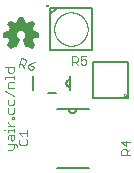
<source format=gto>
G75*
%MOIN*%
%OFA0B0*%
%FSLAX25Y25*%
%IPPOS*%
%LPD*%
%AMOC8*
5,1,8,0,0,1.08239X$1,22.5*
%
%ADD10C,0.00300*%
%ADD11C,0.00600*%
%ADD12C,0.00394*%
%ADD13C,0.00500*%
D10*
X0006215Y0007952D02*
X0007666Y0007952D01*
X0008150Y0008436D01*
X0008150Y0009887D01*
X0008634Y0009887D02*
X0009117Y0009403D01*
X0009117Y0008919D01*
X0008634Y0009887D02*
X0006215Y0009887D01*
X0006215Y0011382D02*
X0006215Y0012350D01*
X0006699Y0012833D01*
X0008150Y0012833D01*
X0008150Y0011382D01*
X0007666Y0010898D01*
X0007183Y0011382D01*
X0007183Y0012833D01*
X0008150Y0013845D02*
X0008150Y0014812D01*
X0008150Y0014329D02*
X0006215Y0014329D01*
X0006215Y0013845D01*
X0005248Y0014329D02*
X0004764Y0014329D01*
X0006215Y0015809D02*
X0008150Y0015809D01*
X0007183Y0015809D02*
X0006215Y0016777D01*
X0006215Y0017261D01*
X0007666Y0018265D02*
X0007666Y0018749D01*
X0008150Y0018749D01*
X0008150Y0018265D01*
X0007666Y0018265D01*
X0007666Y0019738D02*
X0006699Y0019738D01*
X0006215Y0020222D01*
X0006215Y0021673D01*
X0006699Y0022685D02*
X0007666Y0022685D01*
X0008150Y0023168D01*
X0008150Y0024620D01*
X0008150Y0025631D02*
X0005248Y0027566D01*
X0006215Y0028578D02*
X0006215Y0030029D01*
X0006699Y0030513D01*
X0008150Y0030513D01*
X0008150Y0031524D02*
X0008150Y0032492D01*
X0008150Y0032008D02*
X0005248Y0032008D01*
X0005248Y0031524D01*
X0006699Y0033488D02*
X0006215Y0033972D01*
X0006215Y0035423D01*
X0005248Y0035423D02*
X0008150Y0035423D01*
X0008150Y0033972D01*
X0007666Y0033488D01*
X0006699Y0033488D01*
X0009796Y0035617D02*
X0010547Y0038421D01*
X0011949Y0038045D01*
X0012291Y0037453D01*
X0012041Y0036518D01*
X0011448Y0036176D01*
X0010046Y0036552D01*
X0010981Y0036301D02*
X0011665Y0035116D01*
X0012767Y0035322D02*
X0013109Y0034729D01*
X0014044Y0034479D01*
X0014636Y0034821D01*
X0014762Y0035288D01*
X0014420Y0035881D01*
X0013018Y0036256D01*
X0012767Y0035322D01*
X0013018Y0036256D02*
X0014203Y0036940D01*
X0015262Y0037157D01*
X0008150Y0028578D02*
X0006215Y0028578D01*
X0006215Y0024620D02*
X0006215Y0023168D01*
X0006699Y0022685D01*
X0008150Y0021673D02*
X0008150Y0020222D01*
X0007666Y0019738D01*
X0012700Y0014433D02*
X0012700Y0012498D01*
X0012700Y0013466D02*
X0009798Y0013466D01*
X0010765Y0012498D01*
X0010281Y0011487D02*
X0009798Y0011003D01*
X0009798Y0010036D01*
X0010281Y0009552D01*
X0012216Y0009552D01*
X0012700Y0010036D01*
X0012700Y0011003D01*
X0012216Y0011487D01*
X0027450Y0036152D02*
X0027450Y0039054D01*
X0028901Y0039054D01*
X0029385Y0038571D01*
X0029385Y0037603D01*
X0028901Y0037119D01*
X0027450Y0037119D01*
X0028417Y0037119D02*
X0029385Y0036152D01*
X0030397Y0036636D02*
X0030880Y0036152D01*
X0031848Y0036152D01*
X0032331Y0036636D01*
X0032331Y0037603D01*
X0031848Y0038087D01*
X0031364Y0038087D01*
X0030397Y0037603D01*
X0030397Y0039054D01*
X0032331Y0039054D01*
X0045499Y0010933D02*
X0045499Y0008998D01*
X0044048Y0010450D01*
X0046950Y0010450D01*
X0046950Y0007987D02*
X0045983Y0007019D01*
X0045983Y0007503D02*
X0045499Y0007987D01*
X0044531Y0007987D01*
X0044048Y0007503D01*
X0044048Y0006052D01*
X0046950Y0006052D01*
X0045983Y0006052D02*
X0045983Y0007503D01*
D11*
X0033100Y0001802D02*
X0022500Y0001802D01*
X0022500Y0021402D02*
X0026600Y0021402D01*
X0029000Y0021402D01*
X0033100Y0021402D01*
X0029000Y0021402D02*
X0028998Y0021333D01*
X0028992Y0021265D01*
X0028982Y0021197D01*
X0028969Y0021130D01*
X0028951Y0021064D01*
X0028930Y0020999D01*
X0028905Y0020935D01*
X0028877Y0020873D01*
X0028845Y0020812D01*
X0028810Y0020753D01*
X0028771Y0020697D01*
X0028729Y0020642D01*
X0028684Y0020591D01*
X0028636Y0020541D01*
X0028586Y0020495D01*
X0028533Y0020452D01*
X0028477Y0020411D01*
X0028420Y0020374D01*
X0028360Y0020341D01*
X0028298Y0020310D01*
X0028235Y0020284D01*
X0028171Y0020261D01*
X0028105Y0020241D01*
X0028038Y0020226D01*
X0027971Y0020214D01*
X0027903Y0020206D01*
X0027834Y0020202D01*
X0027766Y0020202D01*
X0027697Y0020206D01*
X0027629Y0020214D01*
X0027562Y0020226D01*
X0027495Y0020241D01*
X0027429Y0020261D01*
X0027365Y0020284D01*
X0027302Y0020310D01*
X0027240Y0020341D01*
X0027180Y0020374D01*
X0027123Y0020411D01*
X0027067Y0020452D01*
X0027014Y0020495D01*
X0026964Y0020541D01*
X0026916Y0020591D01*
X0026871Y0020642D01*
X0026829Y0020697D01*
X0026790Y0020753D01*
X0026755Y0020812D01*
X0026723Y0020873D01*
X0026695Y0020935D01*
X0026670Y0020999D01*
X0026649Y0021064D01*
X0026631Y0021130D01*
X0026618Y0021197D01*
X0026608Y0021265D01*
X0026602Y0021333D01*
X0026600Y0021402D01*
X0022100Y0026702D02*
X0019500Y0026702D01*
X0014700Y0027702D02*
X0014700Y0032502D01*
X0014100Y0041802D02*
X0012900Y0042602D01*
X0012300Y0042302D01*
X0011400Y0044602D01*
X0012000Y0044302D02*
X0013000Y0046302D01*
X0012000Y0047802D01*
X0010500Y0048302D01*
X0009000Y0047802D01*
X0008500Y0046302D01*
X0009000Y0044802D01*
X0009500Y0044302D01*
X0008500Y0042802D01*
X0007000Y0042302D01*
X0006500Y0042802D01*
X0007500Y0044302D01*
X0006500Y0045802D01*
X0005500Y0045802D01*
X0005500Y0046802D01*
X0007000Y0046802D01*
X0007500Y0048302D01*
X0006500Y0049802D01*
X0007000Y0050302D01*
X0008500Y0049302D01*
X0010000Y0050302D01*
X0010000Y0051302D01*
X0011000Y0051302D01*
X0011500Y0049802D01*
X0013000Y0049302D01*
X0014000Y0050302D01*
X0014500Y0049802D01*
X0014000Y0048302D01*
X0014500Y0046802D01*
X0016000Y0046802D01*
X0015500Y0045802D01*
X0014000Y0045302D01*
X0014000Y0043802D01*
X0014500Y0042802D01*
X0014000Y0042302D01*
X0013000Y0042802D01*
X0012500Y0042802D01*
X0012000Y0044302D01*
X0012069Y0044095D02*
X0014000Y0044095D01*
X0014100Y0044002D02*
X0015000Y0042702D01*
X0014100Y0041802D01*
X0014452Y0042898D02*
X0012468Y0042898D01*
X0012269Y0043496D02*
X0014153Y0043496D01*
X0014100Y0044002D02*
X0014700Y0045302D01*
X0016100Y0045602D01*
X0016100Y0046902D01*
X0014600Y0047202D01*
X0014100Y0048402D01*
X0015000Y0049702D01*
X0014100Y0050602D01*
X0012700Y0049702D01*
X0011500Y0050202D01*
X0011200Y0051802D01*
X0009900Y0051802D01*
X0009600Y0050202D01*
X0008400Y0049702D01*
X0007100Y0050602D01*
X0006200Y0049702D01*
X0007100Y0048402D01*
X0006500Y0047102D01*
X0005000Y0046902D01*
X0005000Y0045602D01*
X0006500Y0045302D01*
X0007000Y0044002D01*
X0006200Y0042702D01*
X0007100Y0041802D01*
X0008300Y0042602D01*
X0008800Y0042302D01*
X0009800Y0044602D01*
X0009362Y0044095D02*
X0007362Y0044095D01*
X0007239Y0044693D02*
X0009109Y0044693D01*
X0008837Y0045292D02*
X0006840Y0045292D01*
X0005500Y0045890D02*
X0008637Y0045890D01*
X0008562Y0046489D02*
X0005500Y0046489D01*
X0007095Y0047087D02*
X0008762Y0047087D01*
X0008961Y0047686D02*
X0007295Y0047686D01*
X0007494Y0048284D02*
X0010447Y0048284D01*
X0010553Y0048284D02*
X0014006Y0048284D01*
X0014205Y0047686D02*
X0012077Y0047686D01*
X0012476Y0047087D02*
X0014405Y0047087D01*
X0015544Y0045890D02*
X0012794Y0045890D01*
X0012875Y0046489D02*
X0015843Y0046489D01*
X0014000Y0045292D02*
X0012495Y0045292D01*
X0012196Y0044693D02*
X0014000Y0044693D01*
X0011400Y0044602D02*
X0011474Y0044641D01*
X0011547Y0044684D01*
X0011617Y0044730D01*
X0011685Y0044780D01*
X0011751Y0044832D01*
X0011814Y0044888D01*
X0011874Y0044946D01*
X0011932Y0045007D01*
X0011986Y0045071D01*
X0012038Y0045137D01*
X0012086Y0045206D01*
X0012131Y0045277D01*
X0012173Y0045350D01*
X0012211Y0045425D01*
X0012246Y0045501D01*
X0012277Y0045579D01*
X0012305Y0045659D01*
X0012328Y0045740D01*
X0012348Y0045821D01*
X0012364Y0045904D01*
X0012376Y0045987D01*
X0012384Y0046071D01*
X0012388Y0046154D01*
X0012389Y0046239D01*
X0012385Y0046322D01*
X0012377Y0046406D01*
X0012366Y0046489D01*
X0012350Y0046572D01*
X0012331Y0046654D01*
X0012308Y0046735D01*
X0012281Y0046814D01*
X0012250Y0046893D01*
X0012216Y0046969D01*
X0012178Y0047044D01*
X0012137Y0047117D01*
X0012092Y0047189D01*
X0012044Y0047258D01*
X0011993Y0047324D01*
X0011939Y0047389D01*
X0011882Y0047450D01*
X0011822Y0047509D01*
X0011759Y0047565D01*
X0011694Y0047618D01*
X0011626Y0047668D01*
X0011556Y0047714D01*
X0011484Y0047757D01*
X0011410Y0047797D01*
X0011334Y0047833D01*
X0011257Y0047866D01*
X0011178Y0047895D01*
X0011098Y0047920D01*
X0011016Y0047942D01*
X0010934Y0047960D01*
X0010851Y0047973D01*
X0010768Y0047983D01*
X0010684Y0047989D01*
X0010600Y0047991D01*
X0010516Y0047989D01*
X0010432Y0047983D01*
X0010349Y0047973D01*
X0010266Y0047960D01*
X0010184Y0047942D01*
X0010102Y0047920D01*
X0010022Y0047895D01*
X0009943Y0047866D01*
X0009866Y0047833D01*
X0009790Y0047797D01*
X0009716Y0047757D01*
X0009644Y0047714D01*
X0009574Y0047668D01*
X0009506Y0047618D01*
X0009441Y0047565D01*
X0009378Y0047509D01*
X0009318Y0047450D01*
X0009261Y0047389D01*
X0009207Y0047324D01*
X0009156Y0047258D01*
X0009108Y0047189D01*
X0009063Y0047117D01*
X0009022Y0047044D01*
X0008984Y0046969D01*
X0008950Y0046893D01*
X0008919Y0046814D01*
X0008892Y0046735D01*
X0008869Y0046654D01*
X0008850Y0046572D01*
X0008834Y0046489D01*
X0008823Y0046406D01*
X0008815Y0046322D01*
X0008811Y0046239D01*
X0008812Y0046154D01*
X0008816Y0046071D01*
X0008824Y0045987D01*
X0008836Y0045904D01*
X0008852Y0045821D01*
X0008872Y0045740D01*
X0008895Y0045659D01*
X0008923Y0045579D01*
X0008954Y0045501D01*
X0008989Y0045425D01*
X0009027Y0045350D01*
X0009069Y0045277D01*
X0009114Y0045206D01*
X0009162Y0045137D01*
X0009214Y0045071D01*
X0009268Y0045007D01*
X0009326Y0044946D01*
X0009386Y0044888D01*
X0009449Y0044832D01*
X0009515Y0044780D01*
X0009583Y0044730D01*
X0009653Y0044684D01*
X0009726Y0044641D01*
X0009800Y0044602D01*
X0008963Y0043496D02*
X0006963Y0043496D01*
X0006564Y0042898D02*
X0008564Y0042898D01*
X0007113Y0048883D02*
X0014194Y0048883D01*
X0014393Y0049481D02*
X0013179Y0049481D01*
X0012462Y0049481D02*
X0008769Y0049481D01*
X0008231Y0049481D02*
X0006714Y0049481D01*
X0006778Y0050080D02*
X0007333Y0050080D01*
X0009667Y0050080D02*
X0011407Y0050080D01*
X0011208Y0050678D02*
X0010000Y0050678D01*
X0010000Y0051277D02*
X0011008Y0051277D01*
X0013778Y0050080D02*
X0014222Y0050080D01*
X0026900Y0032502D02*
X0026900Y0031302D01*
X0026900Y0028902D01*
X0026900Y0027702D01*
X0026900Y0028902D02*
X0026831Y0028904D01*
X0026763Y0028910D01*
X0026695Y0028920D01*
X0026628Y0028933D01*
X0026562Y0028951D01*
X0026497Y0028972D01*
X0026433Y0028997D01*
X0026371Y0029025D01*
X0026310Y0029057D01*
X0026251Y0029092D01*
X0026195Y0029131D01*
X0026140Y0029173D01*
X0026089Y0029218D01*
X0026039Y0029266D01*
X0025993Y0029316D01*
X0025950Y0029369D01*
X0025909Y0029425D01*
X0025872Y0029482D01*
X0025839Y0029542D01*
X0025808Y0029604D01*
X0025782Y0029667D01*
X0025759Y0029731D01*
X0025739Y0029797D01*
X0025724Y0029864D01*
X0025712Y0029931D01*
X0025704Y0029999D01*
X0025700Y0030068D01*
X0025700Y0030136D01*
X0025704Y0030205D01*
X0025712Y0030273D01*
X0025724Y0030340D01*
X0025739Y0030407D01*
X0025759Y0030473D01*
X0025782Y0030537D01*
X0025808Y0030600D01*
X0025839Y0030662D01*
X0025872Y0030722D01*
X0025909Y0030779D01*
X0025950Y0030835D01*
X0025993Y0030888D01*
X0026039Y0030938D01*
X0026089Y0030986D01*
X0026140Y0031031D01*
X0026195Y0031073D01*
X0026251Y0031112D01*
X0026310Y0031147D01*
X0026371Y0031179D01*
X0026433Y0031207D01*
X0026497Y0031232D01*
X0026562Y0031253D01*
X0026628Y0031271D01*
X0026695Y0031284D01*
X0026763Y0031294D01*
X0026831Y0031300D01*
X0026900Y0031302D01*
D12*
X0021632Y0048102D02*
X0021634Y0048251D01*
X0021640Y0048400D01*
X0021650Y0048548D01*
X0021664Y0048696D01*
X0021682Y0048844D01*
X0021703Y0048991D01*
X0021729Y0049138D01*
X0021759Y0049284D01*
X0021792Y0049429D01*
X0021830Y0049573D01*
X0021871Y0049716D01*
X0021916Y0049858D01*
X0021965Y0049999D01*
X0022018Y0050138D01*
X0022074Y0050276D01*
X0022134Y0050412D01*
X0022197Y0050547D01*
X0022264Y0050679D01*
X0022335Y0050810D01*
X0022409Y0050940D01*
X0022487Y0051067D01*
X0022568Y0051192D01*
X0022652Y0051314D01*
X0022740Y0051435D01*
X0022830Y0051553D01*
X0022924Y0051668D01*
X0023021Y0051781D01*
X0023121Y0051892D01*
X0023224Y0051999D01*
X0023329Y0052104D01*
X0023438Y0052206D01*
X0023549Y0052306D01*
X0023662Y0052402D01*
X0023779Y0052495D01*
X0023897Y0052585D01*
X0024018Y0052671D01*
X0024141Y0052755D01*
X0024267Y0052835D01*
X0024395Y0052912D01*
X0024524Y0052985D01*
X0024656Y0053055D01*
X0024789Y0053121D01*
X0024924Y0053184D01*
X0025061Y0053243D01*
X0025199Y0053298D01*
X0025338Y0053350D01*
X0025479Y0053397D01*
X0025622Y0053442D01*
X0025765Y0053482D01*
X0025909Y0053518D01*
X0026054Y0053551D01*
X0026201Y0053580D01*
X0026347Y0053604D01*
X0026495Y0053625D01*
X0026643Y0053642D01*
X0026791Y0053655D01*
X0026940Y0053664D01*
X0027088Y0053669D01*
X0027237Y0053670D01*
X0027386Y0053667D01*
X0027535Y0053660D01*
X0027683Y0053649D01*
X0027831Y0053634D01*
X0027979Y0053615D01*
X0028126Y0053592D01*
X0028273Y0053566D01*
X0028418Y0053535D01*
X0028563Y0053501D01*
X0028707Y0053462D01*
X0028850Y0053420D01*
X0028991Y0053374D01*
X0029132Y0053324D01*
X0029270Y0053271D01*
X0029408Y0053214D01*
X0029544Y0053153D01*
X0029678Y0053088D01*
X0029810Y0053020D01*
X0029941Y0052949D01*
X0030070Y0052874D01*
X0030196Y0052795D01*
X0030320Y0052713D01*
X0030443Y0052628D01*
X0030562Y0052540D01*
X0030680Y0052449D01*
X0030795Y0052354D01*
X0030907Y0052256D01*
X0031017Y0052156D01*
X0031124Y0052052D01*
X0031228Y0051946D01*
X0031330Y0051837D01*
X0031428Y0051725D01*
X0031523Y0051611D01*
X0031616Y0051494D01*
X0031705Y0051375D01*
X0031790Y0051253D01*
X0031873Y0051129D01*
X0031952Y0051003D01*
X0032028Y0050875D01*
X0032101Y0050745D01*
X0032170Y0050613D01*
X0032235Y0050479D01*
X0032297Y0050344D01*
X0032355Y0050207D01*
X0032409Y0050068D01*
X0032460Y0049928D01*
X0032507Y0049787D01*
X0032550Y0049645D01*
X0032589Y0049501D01*
X0032625Y0049357D01*
X0032656Y0049211D01*
X0032684Y0049065D01*
X0032708Y0048918D01*
X0032728Y0048770D01*
X0032744Y0048622D01*
X0032756Y0048474D01*
X0032764Y0048325D01*
X0032768Y0048176D01*
X0032768Y0048028D01*
X0032764Y0047879D01*
X0032756Y0047730D01*
X0032744Y0047582D01*
X0032728Y0047434D01*
X0032708Y0047286D01*
X0032684Y0047139D01*
X0032656Y0046993D01*
X0032625Y0046847D01*
X0032589Y0046703D01*
X0032550Y0046559D01*
X0032507Y0046417D01*
X0032460Y0046276D01*
X0032409Y0046136D01*
X0032355Y0045997D01*
X0032297Y0045860D01*
X0032235Y0045725D01*
X0032170Y0045591D01*
X0032101Y0045459D01*
X0032028Y0045329D01*
X0031952Y0045201D01*
X0031873Y0045075D01*
X0031790Y0044951D01*
X0031705Y0044829D01*
X0031616Y0044710D01*
X0031523Y0044593D01*
X0031428Y0044479D01*
X0031330Y0044367D01*
X0031228Y0044258D01*
X0031124Y0044152D01*
X0031017Y0044048D01*
X0030907Y0043948D01*
X0030795Y0043850D01*
X0030680Y0043755D01*
X0030562Y0043664D01*
X0030443Y0043576D01*
X0030320Y0043491D01*
X0030196Y0043409D01*
X0030070Y0043330D01*
X0029941Y0043255D01*
X0029810Y0043184D01*
X0029678Y0043116D01*
X0029544Y0043051D01*
X0029408Y0042990D01*
X0029270Y0042933D01*
X0029132Y0042880D01*
X0028991Y0042830D01*
X0028850Y0042784D01*
X0028707Y0042742D01*
X0028563Y0042703D01*
X0028418Y0042669D01*
X0028273Y0042638D01*
X0028126Y0042612D01*
X0027979Y0042589D01*
X0027831Y0042570D01*
X0027683Y0042555D01*
X0027535Y0042544D01*
X0027386Y0042537D01*
X0027237Y0042534D01*
X0027088Y0042535D01*
X0026940Y0042540D01*
X0026791Y0042549D01*
X0026643Y0042562D01*
X0026495Y0042579D01*
X0026347Y0042600D01*
X0026201Y0042624D01*
X0026054Y0042653D01*
X0025909Y0042686D01*
X0025765Y0042722D01*
X0025622Y0042762D01*
X0025479Y0042807D01*
X0025338Y0042854D01*
X0025199Y0042906D01*
X0025061Y0042961D01*
X0024924Y0043020D01*
X0024789Y0043083D01*
X0024656Y0043149D01*
X0024524Y0043219D01*
X0024395Y0043292D01*
X0024267Y0043369D01*
X0024141Y0043449D01*
X0024018Y0043533D01*
X0023897Y0043619D01*
X0023779Y0043709D01*
X0023662Y0043802D01*
X0023549Y0043898D01*
X0023438Y0043998D01*
X0023329Y0044100D01*
X0023224Y0044205D01*
X0023121Y0044312D01*
X0023021Y0044423D01*
X0022924Y0044536D01*
X0022830Y0044651D01*
X0022740Y0044769D01*
X0022652Y0044890D01*
X0022568Y0045012D01*
X0022487Y0045137D01*
X0022409Y0045264D01*
X0022335Y0045394D01*
X0022264Y0045525D01*
X0022197Y0045657D01*
X0022134Y0045792D01*
X0022074Y0045928D01*
X0022018Y0046066D01*
X0021965Y0046205D01*
X0021916Y0046346D01*
X0021871Y0046488D01*
X0021830Y0046631D01*
X0021792Y0046775D01*
X0021759Y0046920D01*
X0021729Y0047066D01*
X0021703Y0047213D01*
X0021682Y0047360D01*
X0021664Y0047508D01*
X0021650Y0047656D01*
X0021640Y0047804D01*
X0021634Y0047953D01*
X0021632Y0048102D01*
X0019011Y0055976D02*
X0019013Y0056011D01*
X0019019Y0056046D01*
X0019029Y0056080D01*
X0019042Y0056113D01*
X0019059Y0056144D01*
X0019080Y0056172D01*
X0019103Y0056199D01*
X0019130Y0056222D01*
X0019158Y0056243D01*
X0019189Y0056260D01*
X0019222Y0056273D01*
X0019256Y0056283D01*
X0019291Y0056289D01*
X0019326Y0056291D01*
X0019361Y0056289D01*
X0019396Y0056283D01*
X0019430Y0056273D01*
X0019463Y0056260D01*
X0019494Y0056243D01*
X0019522Y0056222D01*
X0019549Y0056199D01*
X0019572Y0056172D01*
X0019593Y0056144D01*
X0019610Y0056113D01*
X0019623Y0056080D01*
X0019633Y0056046D01*
X0019639Y0056011D01*
X0019641Y0055976D01*
X0019639Y0055941D01*
X0019633Y0055906D01*
X0019623Y0055872D01*
X0019610Y0055839D01*
X0019593Y0055808D01*
X0019572Y0055780D01*
X0019549Y0055753D01*
X0019522Y0055730D01*
X0019494Y0055709D01*
X0019463Y0055692D01*
X0019430Y0055679D01*
X0019396Y0055669D01*
X0019361Y0055663D01*
X0019326Y0055661D01*
X0019291Y0055663D01*
X0019256Y0055669D01*
X0019222Y0055679D01*
X0019189Y0055692D01*
X0019158Y0055709D01*
X0019130Y0055730D01*
X0019103Y0055753D01*
X0019080Y0055780D01*
X0019059Y0055808D01*
X0019042Y0055839D01*
X0019029Y0055872D01*
X0019019Y0055906D01*
X0019013Y0055941D01*
X0019011Y0055976D01*
X0044730Y0025984D02*
X0044732Y0026023D01*
X0044738Y0026062D01*
X0044748Y0026100D01*
X0044761Y0026137D01*
X0044778Y0026172D01*
X0044798Y0026206D01*
X0044822Y0026237D01*
X0044849Y0026266D01*
X0044878Y0026292D01*
X0044910Y0026315D01*
X0044944Y0026335D01*
X0044980Y0026351D01*
X0045017Y0026363D01*
X0045056Y0026372D01*
X0045095Y0026377D01*
X0045134Y0026378D01*
X0045173Y0026375D01*
X0045212Y0026368D01*
X0045249Y0026357D01*
X0045286Y0026343D01*
X0045321Y0026325D01*
X0045354Y0026304D01*
X0045385Y0026279D01*
X0045413Y0026252D01*
X0045438Y0026222D01*
X0045460Y0026189D01*
X0045479Y0026155D01*
X0045494Y0026119D01*
X0045506Y0026081D01*
X0045514Y0026043D01*
X0045518Y0026004D01*
X0045518Y0025964D01*
X0045514Y0025925D01*
X0045506Y0025887D01*
X0045494Y0025849D01*
X0045479Y0025813D01*
X0045460Y0025779D01*
X0045438Y0025746D01*
X0045413Y0025716D01*
X0045385Y0025689D01*
X0045354Y0025664D01*
X0045321Y0025643D01*
X0045286Y0025625D01*
X0045249Y0025611D01*
X0045212Y0025600D01*
X0045173Y0025593D01*
X0045134Y0025590D01*
X0045095Y0025591D01*
X0045056Y0025596D01*
X0045017Y0025605D01*
X0044980Y0025617D01*
X0044944Y0025633D01*
X0044910Y0025653D01*
X0044878Y0025676D01*
X0044849Y0025702D01*
X0044822Y0025731D01*
X0044798Y0025762D01*
X0044778Y0025796D01*
X0044761Y0025831D01*
X0044748Y0025868D01*
X0044738Y0025906D01*
X0044732Y0025945D01*
X0044730Y0025984D01*
D13*
X0046306Y0025196D02*
X0034494Y0025196D01*
X0034494Y0037007D01*
X0046306Y0037007D01*
X0046306Y0025196D01*
X0034090Y0041212D02*
X0020310Y0041212D01*
X0020310Y0054992D01*
X0034090Y0054992D01*
X0034090Y0041212D01*
X0022100Y0054902D02*
X0020300Y0053102D01*
M02*

</source>
